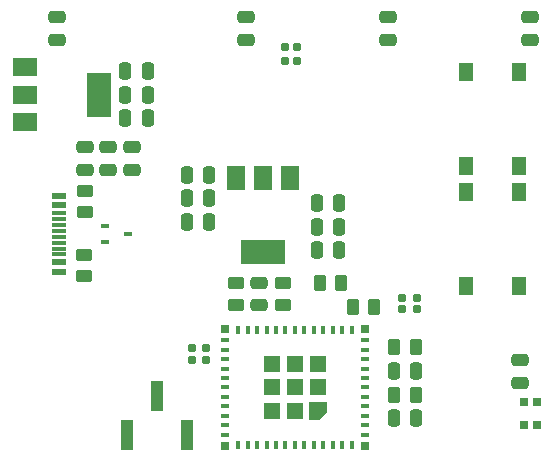
<source format=gtp>
G04 #@! TF.GenerationSoftware,KiCad,Pcbnew,7.0.9*
G04 #@! TF.CreationDate,2023-12-09T12:26:49+01:00*
G04 #@! TF.ProjectId,AirMonitor,4169724d-6f6e-4697-946f-722e6b696361,1.0.0*
G04 #@! TF.SameCoordinates,Original*
G04 #@! TF.FileFunction,Paste,Top*
G04 #@! TF.FilePolarity,Positive*
%FSLAX46Y46*%
G04 Gerber Fmt 4.6, Leading zero omitted, Abs format (unit mm)*
G04 Created by KiCad (PCBNEW 7.0.9) date 2023-12-09 12:26:49*
%MOMM*%
%LPD*%
G01*
G04 APERTURE LIST*
G04 Aperture macros list*
%AMRoundRect*
0 Rectangle with rounded corners*
0 $1 Rounding radius*
0 $2 $3 $4 $5 $6 $7 $8 $9 X,Y pos of 4 corners*
0 Add a 4 corners polygon primitive as box body*
4,1,4,$2,$3,$4,$5,$6,$7,$8,$9,$2,$3,0*
0 Add four circle primitives for the rounded corners*
1,1,$1+$1,$2,$3*
1,1,$1+$1,$4,$5*
1,1,$1+$1,$6,$7*
1,1,$1+$1,$8,$9*
0 Add four rect primitives between the rounded corners*
20,1,$1+$1,$2,$3,$4,$5,0*
20,1,$1+$1,$4,$5,$6,$7,0*
20,1,$1+$1,$6,$7,$8,$9,0*
20,1,$1+$1,$8,$9,$2,$3,0*%
%AMFreePoly0*
4,1,6,0.725000,-0.725000,-0.725000,-0.725000,-0.725000,0.125000,-0.125000,0.725000,0.725000,0.725000,0.725000,-0.725000,0.725000,-0.725000,$1*%
G04 Aperture macros list end*
%ADD10RoundRect,0.250000X-0.475000X0.250000X-0.475000X-0.250000X0.475000X-0.250000X0.475000X0.250000X0*%
%ADD11R,1.150000X0.600000*%
%ADD12R,1.150000X0.300000*%
%ADD13RoundRect,0.250000X0.450000X-0.262500X0.450000X0.262500X-0.450000X0.262500X-0.450000X-0.262500X0*%
%ADD14RoundRect,0.250000X-0.262500X-0.450000X0.262500X-0.450000X0.262500X0.450000X-0.262500X0.450000X0*%
%ADD15R,1.000000X2.510000*%
%ADD16RoundRect,0.250000X-0.250000X-0.475000X0.250000X-0.475000X0.250000X0.475000X-0.250000X0.475000X0*%
%ADD17R,1.300000X1.550000*%
%ADD18RoundRect,0.160000X0.197500X0.160000X-0.197500X0.160000X-0.197500X-0.160000X0.197500X-0.160000X0*%
%ADD19R,0.800000X0.400000*%
%ADD20R,0.400000X0.800000*%
%ADD21FreePoly0,180.000000*%
%ADD22R,1.450000X1.450000*%
%ADD23R,0.700000X0.700000*%
%ADD24R,2.000000X1.500000*%
%ADD25R,2.000000X3.800000*%
%ADD26RoundRect,0.160000X0.160000X-0.197500X0.160000X0.197500X-0.160000X0.197500X-0.160000X-0.197500X0*%
%ADD27RoundRect,0.160000X-0.197500X-0.160000X0.197500X-0.160000X0.197500X0.160000X-0.197500X0.160000X0*%
%ADD28RoundRect,0.250000X-0.450000X0.262500X-0.450000X-0.262500X0.450000X-0.262500X0.450000X0.262500X0*%
%ADD29RoundRect,0.250000X0.475000X-0.250000X0.475000X0.250000X-0.475000X0.250000X-0.475000X-0.250000X0*%
%ADD30RoundRect,0.250000X0.262500X0.450000X-0.262500X0.450000X-0.262500X-0.450000X0.262500X-0.450000X0*%
%ADD31R,0.700000X0.450000*%
%ADD32R,1.500000X2.000000*%
%ADD33R,3.800000X2.000000*%
%ADD34RoundRect,0.250000X0.250000X0.475000X-0.250000X0.475000X-0.250000X-0.475000X0.250000X-0.475000X0*%
%ADD35RoundRect,0.160000X-0.160000X0.197500X-0.160000X-0.197500X0.160000X-0.197500X0.160000X0.197500X0*%
G04 APERTURE END LIST*
D10*
X121500000Y-122250000D03*
X121500000Y-124150000D03*
D11*
X105587500Y-137390000D03*
X105587500Y-138190000D03*
D12*
X105587500Y-139340000D03*
X105587500Y-140340000D03*
X105587500Y-140840000D03*
X105587500Y-141840000D03*
D11*
X105587500Y-142990000D03*
X105587500Y-143790000D03*
X105587500Y-143790000D03*
X105587500Y-142990000D03*
D12*
X105587500Y-142340000D03*
X105587500Y-141340000D03*
X105587500Y-139840000D03*
X105587500Y-138840000D03*
D11*
X105587500Y-138190000D03*
X105587500Y-137390000D03*
D10*
X111800000Y-133250000D03*
X111800000Y-135150000D03*
X145500000Y-122250000D03*
X145500000Y-124150000D03*
D13*
X107750000Y-144175000D03*
X107750000Y-142350000D03*
D14*
X133987500Y-150200000D03*
X135812500Y-150200000D03*
D15*
X111400000Y-157600000D03*
X113940000Y-154290000D03*
X116480000Y-157600000D03*
D16*
X111250000Y-130800000D03*
X113150000Y-130800000D03*
D17*
X144600000Y-126900000D03*
X144600000Y-134850000D03*
X140100000Y-126900000D03*
X140100000Y-134850000D03*
D16*
X127450000Y-140000000D03*
X129350000Y-140000000D03*
D13*
X124600000Y-146612500D03*
X124600000Y-144787500D03*
D16*
X133950000Y-152200000D03*
X135850000Y-152200000D03*
D18*
X118097500Y-151250000D03*
X116902500Y-151250000D03*
D16*
X133950000Y-156200000D03*
X135850000Y-156200000D03*
D19*
X131500000Y-157600000D03*
X131500000Y-156800000D03*
X131500000Y-156000000D03*
X131500000Y-155200000D03*
X131500000Y-154400000D03*
X131500000Y-153600000D03*
X131500000Y-152800000D03*
X131500000Y-152000000D03*
X131500000Y-151200000D03*
X131500000Y-150400000D03*
X131500000Y-149600000D03*
D20*
X130400000Y-148700000D03*
X129600000Y-148700000D03*
X128800000Y-148700000D03*
X128000000Y-148700000D03*
X127200000Y-148700000D03*
X126400000Y-148700000D03*
X125600000Y-148700000D03*
X124800000Y-148700000D03*
X124000000Y-148700000D03*
X123200000Y-148700000D03*
X122400000Y-148700000D03*
X121600000Y-148700000D03*
X120800000Y-148700000D03*
D19*
X119700000Y-149600000D03*
X119700000Y-150400000D03*
X119700000Y-151200000D03*
X119700000Y-152000000D03*
X119700000Y-152800000D03*
X119700000Y-153600000D03*
X119700000Y-154400000D03*
X119700000Y-155200000D03*
X119700000Y-156000000D03*
X119700000Y-156800000D03*
X119700000Y-157600000D03*
D20*
X120800000Y-158500000D03*
X121600000Y-158500000D03*
X122400000Y-158500000D03*
X123200000Y-158500000D03*
X124000000Y-158500000D03*
X124800000Y-158500000D03*
X125600000Y-158500000D03*
X126400000Y-158500000D03*
X127200000Y-158500000D03*
X128000000Y-158500000D03*
X128800000Y-158500000D03*
X129600000Y-158500000D03*
X130400000Y-158500000D03*
D21*
X127575000Y-155575000D03*
D22*
X127575000Y-153600000D03*
X127575000Y-151625000D03*
X125600000Y-155575000D03*
X125600000Y-153600000D03*
X125600000Y-151625000D03*
X123625000Y-155575000D03*
X123625000Y-153600000D03*
X123625000Y-151625000D03*
D23*
X119650000Y-158550000D03*
X119650000Y-148650000D03*
X131550000Y-148650000D03*
X131550000Y-158550000D03*
D18*
X135897500Y-146000000D03*
X134702500Y-146000000D03*
D24*
X102750000Y-126500000D03*
X102750000Y-128800000D03*
D25*
X109050000Y-128800000D03*
D24*
X102750000Y-131100000D03*
D16*
X127450000Y-138000000D03*
X129350000Y-138000000D03*
D10*
X109800000Y-133250000D03*
X109800000Y-135150000D03*
D26*
X124800000Y-125997500D03*
X124800000Y-124802500D03*
D27*
X134702500Y-147000000D03*
X135897500Y-147000000D03*
D13*
X120600000Y-146612500D03*
X120600000Y-144787500D03*
D28*
X107800000Y-136937500D03*
X107800000Y-138762500D03*
D16*
X127450000Y-142000000D03*
X129350000Y-142000000D03*
D29*
X144700000Y-153200000D03*
X144700000Y-151300000D03*
D30*
X129512500Y-144800000D03*
X127687500Y-144800000D03*
D10*
X105500000Y-122250000D03*
X105500000Y-124150000D03*
D31*
X109500000Y-139950000D03*
X109500000Y-141250000D03*
X111500000Y-140600000D03*
D17*
X144600000Y-137050000D03*
X144600000Y-145000000D03*
X140100000Y-137050000D03*
X140100000Y-145000000D03*
D14*
X130487500Y-146800000D03*
X132312500Y-146800000D03*
X133987500Y-154200000D03*
X135812500Y-154200000D03*
D32*
X125200000Y-135850000D03*
X122900000Y-135850000D03*
D33*
X122900000Y-142150000D03*
D32*
X120600000Y-135850000D03*
D10*
X133500000Y-122250000D03*
X133500000Y-124150000D03*
X107800000Y-133250000D03*
X107800000Y-135150000D03*
D27*
X116902500Y-150250000D03*
X118097500Y-150250000D03*
D34*
X118350000Y-139600000D03*
X116450000Y-139600000D03*
D16*
X111250000Y-128800000D03*
X113150000Y-128800000D03*
D29*
X122600000Y-146650000D03*
X122600000Y-144750000D03*
D23*
X146100000Y-154800000D03*
X145000000Y-154800000D03*
X145000000Y-156800000D03*
X146100000Y-156800000D03*
D35*
X125800000Y-124802500D03*
X125800000Y-125997500D03*
D16*
X111250000Y-126800000D03*
X113150000Y-126800000D03*
D34*
X118350000Y-137600000D03*
X116450000Y-137600000D03*
X118350000Y-135600000D03*
X116450000Y-135600000D03*
M02*

</source>
